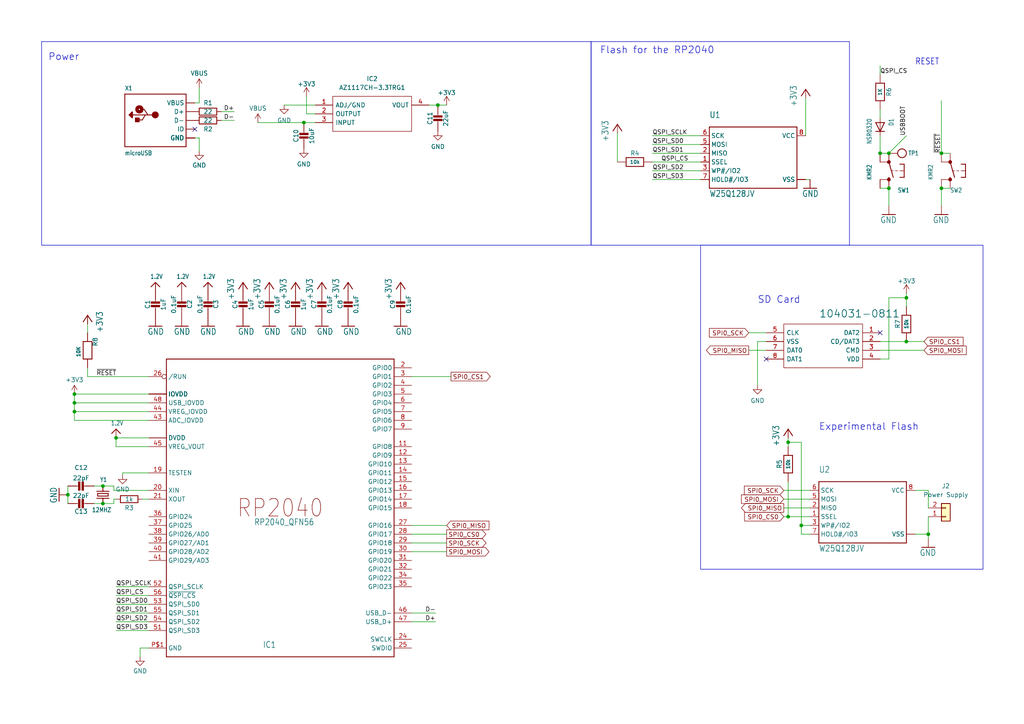
<source format=kicad_sch>
(kicad_sch (version 20231120) (generator "eeschema") (generator_version "8.0")
  (paper "A4")
  (lib_symbols
    (symbol "AZ1117CH-3.3TRG1_1" (pin_names (offset 0.762))
      (property "Reference" "IC" (at 29.21 7.62 0))
      (property "Value" "AZ1117CH-3.3TRG1" (at 29.21 5.08 0))
      (symbol "AZ1117CH-3.3TRG1_1_0_0"
        (pin passive line (at 0 0 0) (length 5.08) (name "ADJ/GND") (number "1"))
        (pin passive line (at 0 -2.54 0) (length 5.08) (name "OUTPUT") (number "2"))
        (pin passive line (at 0 -5.08 0) (length 5.08) (name "INPUT") (number "3"))
        (pin passive line (at 33.02 0 180) (length 5.08) (name "VOUT") (number "4"))
      )
      (symbol "AZ1117CH-3.3TRG1_1_0_1"
        (polyline (pts (xy 5.08 2.54) (xy 27.94 2.54) (xy 27.94 -7.62) (xy 5.08 -7.62) (xy 5.08 2.54)) (stroke (width 0.1524)))
      )
    )
    (symbol "Adafruit ItsyBitsy RP2040-eagle-import:+3V3" (power)
      (property "Value" "+3V3" (at -2.54 -5.08 90))
      (symbol "+3V3_1_0"
        (polyline (pts (xy 0 0) (xy -1.27 -1.905)) (stroke (width 0.254)))
        (polyline (pts (xy 1.27 -1.905) (xy 0 0)) (stroke (width 0.254)))
        (pin power_in line (at 0 -2.54 90) (length 2.54) (name "+3V3") (number "1"))
      )
    )
    (symbol "Adafruit ItsyBitsy RP2040-eagle-import:1.2V" (power)
      (property "Value" "1.2V" (at -1.524 1.016 0))
      (symbol "1.2V_1_0"
        (polyline (pts (xy -1.27 -1.27) (xy 0 0)) (stroke (width 0.254)))
        (polyline (pts (xy 0 0) (xy 1.27 -1.27)) (stroke (width 0.254)))
        (pin power_in line (at 0 -2.54 90) (length 2.54) (name "1.2V") (number "1"))
      )
    )
    (symbol "Adafruit ItsyBitsy RP2040-eagle-import:CAP_CERAMIC_0402NO"
      (property "Reference" "C" (at -2.29 1.25 90))
      (property "Value" "CAP_CERAMIC_0402NO" (at 2.3 1.25 90))
      (symbol "CAP_CERAMIC_0402NO_1_0"
        (rectangle (start -1.27 0.508) (end 1.27 1.016) (fill (type outline)))
        (rectangle (start -1.27 1.524) (end 1.27 2.032) (fill (type outline)))
        (polyline (pts (xy 0 0.762) (xy 0 0)) (stroke (width 0.1524)))
        (polyline (pts (xy 0 2.54) (xy 0 1.778)) (stroke (width 0.1524)))
        (pin passive line (at 0 5.08 270) (length 2.54) (name "1") (number "1"))
        (pin passive line (at 0 -2.54 90) (length 2.54) (name "2") (number "2"))
      )
    )
    (symbol "Adafruit ItsyBitsy RP2040-eagle-import:CAP_CERAMIC_0603MP"
      (property "Reference" "C" (at -2.29 1.25 90))
      (property "Value" "CAP_CERAMIC_0603MP" (at 2.3 1.25 90))
      (symbol "CAP_CERAMIC_0603MP_1_0"
        (rectangle (start -1.27 0.508) (end 1.27 1.016) (fill (type outline)))
        (rectangle (start -1.27 1.524) (end 1.27 2.032) (fill (type outline)))
        (polyline (pts (xy 0 0.762) (xy 0 0)) (stroke (width 0.1524)))
        (polyline (pts (xy 0 2.54) (xy 0 1.778)) (stroke (width 0.1524)))
        (pin passive line (at 0 5.08 270) (length 2.54) (name "1") (number "1"))
        (pin passive line (at 0 -2.54 90) (length 2.54) (name "2") (number "2"))
      )
    )
    (symbol "Adafruit ItsyBitsy RP2040-eagle-import:CRYSTAL2.5X2.0"
      (property "Reference" "Y" (at -2.54 2.54 0))
      (property "Value" "CRYSTAL2.5X2.0" (at -2.54 -3.81 0))
      (symbol "CRYSTAL2.5X2.0_1_0"
        (polyline (pts (xy -2.54 0) (xy -1.016 0)) (stroke (width 0.254)))
        (polyline (pts (xy -1.016 0) (xy -1.016 -1.778)) (stroke (width 0.254)))
        (polyline (pts (xy -1.016 1.778) (xy -1.016 0)) (stroke (width 0.254)))
        (polyline (pts (xy -0.381 -1.524) (xy 0.381 -1.524)) (stroke (width 0.254)))
        (polyline (pts (xy -0.381 1.524) (xy -0.381 -1.524)) (stroke (width 0.254)))
        (polyline (pts (xy 0.381 -1.524) (xy 0.381 1.524)) (stroke (width 0.254)))
        (polyline (pts (xy 0.381 1.524) (xy -0.381 1.524)) (stroke (width 0.254)))
        (polyline (pts (xy 1.016 0) (xy 1.016 -1.778)) (stroke (width 0.254)))
        (polyline (pts (xy 1.016 1.778) (xy 1.016 0)) (stroke (width 0.254)))
        (polyline (pts (xy 2.54 0) (xy 1.016 0)) (stroke (width 0.254)))
        (pin passive line (at -2.54 0 0) (length 0) (name "1") (number "1"))
        (pin passive line (at 2.54 0 180) (length 0) (name "2") (number "3"))
      )
    )
    (symbol "Adafruit ItsyBitsy RP2040-eagle-import:DIODESOD-323F"
      (property "Reference" "D" (at -2.54 2.54 0))
      (property "Value" "DIODESOD-323F" (at -2.54 -3.81 0))
      (symbol "DIODESOD-323F_1_0"
        (polyline (pts (xy -1.27 -1.27) (xy 1.27 0)) (stroke (width 0.254)))
        (polyline (pts (xy -1.27 1.27) (xy -1.27 -1.27)) (stroke (width 0.254)))
        (polyline (pts (xy 1.27 0) (xy -1.27 1.27)) (stroke (width 0.254)))
        (polyline (pts (xy 1.27 0) (xy 1.27 -1.27)) (stroke (width 0.254)))
        (polyline (pts (xy 1.27 1.27) (xy 1.27 0)) (stroke (width 0.254)))
        (pin passive line (at -2.54 0 0) (length 2.54) (name "A") (number "A"))
        (pin passive line (at 2.54 0 180) (length 2.54) (name "C") (number "C"))
      )
    )
    (symbol "Adafruit ItsyBitsy RP2040-eagle-import:GND" (power)
      (property "Value" "GND" (at -2.54 -2.54 0))
      (symbol "GND_1_0"
        (polyline (pts (xy -1.905 0) (xy 1.905 0)) (stroke (width 0.254)))
        (pin power_in line (at 0 2.54 270) (length 2.54) (name "GND") (number "1"))
      )
    )
    (symbol "Adafruit ItsyBitsy RP2040-eagle-import:RESISTOR_0402NO"
      (property "Reference" "R" (at 0 2.54 0))
      (property "Value" "RESISTOR_0402NO" (at 0 0 0))
      (symbol "RESISTOR_0402NO_1_0"
        (polyline (pts (xy -2.54 -1.27) (xy -2.54 1.27)) (stroke (width 0.254)))
        (polyline (pts (xy -2.54 1.27) (xy 2.54 1.27)) (stroke (width 0.254)))
        (polyline (pts (xy 2.54 -1.27) (xy -2.54 -1.27)) (stroke (width 0.254)))
        (polyline (pts (xy 2.54 1.27) (xy 2.54 -1.27)) (stroke (width 0.254)))
        (pin passive line (at -5.08 0 0) (length 2.54) (name "1") (number "1"))
        (pin passive line (at 5.08 0 180) (length 2.54) (name "2") (number "2"))
      )
    )
    (symbol "Adafruit ItsyBitsy RP2040-eagle-import:RP2040_QFN56"
      (property "Reference" "IC" (at -5.08 -40.64 0))
      (property "Value" "RP2040_QFN56" (at -27.94 45.72 0))
      (symbol "RP2040_QFN56_1_0"
        (polyline (pts (xy -33.02 -43.18) (xy -33.02 43.18)) (stroke (width 0.254)))
        (polyline (pts (xy -33.02 43.18) (xy 33.02 43.18)) (stroke (width 0.254)))
        (polyline (pts (xy 33.02 -43.18) (xy -33.02 -43.18)) (stroke (width 0.254)))
        (polyline (pts (xy 33.02 43.18) (xy 33.02 -43.18)) (stroke (width 0.254)))
        (text "RP2040" (at 0 0 0) (effects (font (size 5.08 4.318))))
        (pin power_in line (at -38.1 33.02 0) (length 5.08) (name "IOVDD") (number "1"))
        (pin power_in line (at -38.1 33.02 0) (length 5.08) (name "IOVDD") (number "10"))
        (pin bidirectional line (at 38.1 17.78 180) (length 5.08) (name "GPIO8") (number "11"))
        (pin bidirectional line (at 38.1 15.24 180) (length 5.08) (name "GPIO9") (number "12"))
        (pin bidirectional line (at 38.1 12.7 180) (length 5.08) (name "GPIO10") (number "13"))
        (pin bidirectional line (at 38.1 10.16 180) (length 5.08) (name "GPIO11") (number "14"))
        (pin bidirectional line (at 38.1 7.62 180) (length 5.08) (name "GPIO12") (number "15"))
        (pin bidirectional line (at 38.1 5.08 180) (length 5.08) (name "GPIO13") (number "16"))
        (pin bidirectional line (at 38.1 2.54 180) (length 5.08) (name "GPIO14") (number "17"))
        (pin bidirectional line (at 38.1 0 180) (length 5.08) (name "GPIO15") (number "18"))
        (pin input line (at -38.1 10.16 0) (length 5.08) (name "TESTEN") (number "19"))
        (pin bidirectional line (at 38.1 40.64 180) (length 5.08) (name "GPIO0") (number "2"))
        (pin input line (at -38.1 5.08 0) (length 5.08) (name "XIN") (number "20"))
        (pin output line (at -38.1 2.54 0) (length 5.08) (name "XOUT") (number "21"))
        (pin power_in line (at -38.1 33.02 0) (length 5.08) (name "IOVDD") (number "22"))
        (pin power_in line (at -38.1 20.32 0) (length 5.08) (name "DVDD") (number "23"))
        (pin bidirectional line (at 38.1 -38.1 180) (length 5.08) (name "SWCLK") (number "24"))
        (pin bidirectional line (at 38.1 -40.64 180) (length 5.08) (name "SWDIO") (number "25"))
        (pin bidirectional inverted (at -38.1 38.1 0) (length 5.08) (name "/RUN") (number "26"))
        (pin bidirectional line (at 38.1 -5.08 180) (length 5.08) (name "GPIO16") (number "27"))
        (pin bidirectional line (at 38.1 -7.62 180) (length 5.08) (name "GPIO17") (number "28"))
        (pin bidirectional line (at 38.1 -10.16 180) (length 5.08) (name "GPIO18") (number "29"))
        (pin bidirectional line (at 38.1 38.1 180) (length 5.08) (name "GPIO1") (number "3"))
        (pin bidirectional line (at 38.1 -12.7 180) (length 5.08) (name "GPIO19") (number "30"))
        (pin bidirectional line (at 38.1 -15.24 180) (length 5.08) (name "GPIO20") (number "31"))
        (pin bidirectional line (at 38.1 -17.78 180) (length 5.08) (name "GPIO21") (number "32"))
        (pin power_in line (at -38.1 33.02 0) (length 5.08) (name "IOVDD") (number "33"))
        (pin bidirectional line (at 38.1 -20.32 180) (length 5.08) (name "GPIO22") (number "34"))
        (pin bidirectional line (at 38.1 -22.86 180) (length 5.08) (name "GPIO23") (number "35"))
        (pin bidirectional line (at -38.1 -2.54 0) (length 5.08) (name "GPIO24") (number "36"))
        (pin bidirectional line (at -38.1 -5.08 0) (length 5.08) (name "GPIO25") (number "37"))
        (pin bidirectional line (at -38.1 -7.62 0) (length 5.08) (name "GPIO26/AD0") (number "38"))
        (pin bidirectional line (at -38.1 -10.16 0) (length 5.08) (name "GPIO27/AD1") (number "39"))
        (pin bidirectional line (at 38.1 35.56 180) (length 5.08) (name "GPIO2") (number "4"))
        (pin bidirectional line (at -38.1 -12.7 0) (length 5.08) (name "GPIO28/AD2") (number "40"))
        (pin bidirectional line (at -38.1 -15.24 0) (length 5.08) (name "GPIO29/AD3") (number "41"))
        (pin power_in line (at -38.1 33.02 0) (length 5.08) (name "IOVDD") (number "42"))
        (pin power_in line (at -38.1 25.4 0) (length 5.08) (name "ADC_IOVDD") (number "43"))
        (pin power_in line (at -38.1 27.94 0) (length 5.08) (name "VREG_IOVDD") (number "44"))
        (pin power_in line (at -38.1 17.78 0) (length 5.08) (name "VREG_VOUT") (number "45"))
        (pin bidirectional line (at 38.1 -30.48 180) (length 5.08) (name "USB_D-") (number "46"))
        (pin bidirectional line (at 38.1 -33.02 180) (length 5.08) (name "USB_D+") (number "47"))
        (pin power_in line (at -38.1 30.48 0) (length 5.08) (name "USB_IOVDD") (number "48"))
        (pin power_in line (at -38.1 33.02 0) (length 5.08) (name "IOVDD") (number "49"))
        (pin bidirectional line (at 38.1 33.02 180) (length 5.08) (name "GPIO3") (number "5"))
        (pin power_in line (at -38.1 20.32 0) (length 5.08) (name "DVDD") (number "50"))
        (pin bidirectional line (at -38.1 -35.56 0) (length 5.08) (name "QSPI_SD3") (number "51"))
        (pin bidirectional line (at -38.1 -22.86 0) (length 5.08) (name "QSPI_SCLK") (number "52"))
        (pin bidirectional line (at -38.1 -27.94 0) (length 5.08) (name "QSPI_SD0") (number "53"))
        (pin bidirectional line (at -38.1 -33.02 0) (length 5.08) (name "QSPI_SD2") (number "54"))
        (pin bidirectional line (at -38.1 -30.48 0) (length 5.08) (name "QSPI_SD1") (number "55"))
        (pin bidirectional line (at -38.1 -25.4 0) (length 5.08) (name "~{QSPI_CS}") (number "56"))
        (pin bidirectional line (at 38.1 30.48 180) (length 5.08) (name "GPIO4") (number "6"))
        (pin bidirectional line (at 38.1 27.94 180) (length 5.08) (name "GPIO5") (number "7"))
        (pin bidirectional line (at 38.1 25.4 180) (length 5.08) (name "GPIO6") (number "8"))
        (pin bidirectional line (at 38.1 22.86 180) (length 5.08) (name "GPIO7") (number "9"))
        (pin power_in line (at -38.1 -40.64 0) (length 5.08) (name "GND") (number "P$1"))
      )
    )
    (symbol "Adafruit ItsyBitsy RP2040-eagle-import:SPIFLASH_8PIN_4X4"
      (property "Reference" "U" (at -12.7 12.7 0))
      (property "Value" "SPIFLASH_8PIN_4X4" (at -12.7 -10.16 0))
      (symbol "SPIFLASH_8PIN_4X4_1_0"
        (polyline (pts (xy -12.7 -7.62) (xy -12.7 10.16)) (stroke (width 0.254)))
        (polyline (pts (xy -12.7 10.16) (xy 12.7 10.16)) (stroke (width 0.254)))
        (polyline (pts (xy 12.7 -7.62) (xy -12.7 -7.62)) (stroke (width 0.254)))
        (polyline (pts (xy 12.7 10.16) (xy 12.7 -7.62)) (stroke (width 0.254)))
        (pin bidirectional line (at -15.24 0 0) (length 2.54) (name "SSEL") (number "1"))
        (pin bidirectional line (at -15.24 2.54 0) (length 2.54) (name "MISO") (number "2"))
        (pin bidirectional line (at -15.24 -2.54 0) (length 2.54) (name "WP#/IO2") (number "3"))
        (pin bidirectional line (at 15.24 -5.08 180) (length 2.54) (name "VSS") (number "4"))
        (pin bidirectional line (at -15.24 5.08 0) (length 2.54) (name "MOSI") (number "5"))
        (pin bidirectional line (at -15.24 7.62 0) (length 2.54) (name "SCK") (number "6"))
        (pin bidirectional line (at -15.24 -5.08 0) (length 2.54) (name "HOLD#/IO3") (number "7"))
        (pin bidirectional line (at 15.24 7.62 180) (length 2.54) (name "VCC") (number "8"))
        (pin bidirectional line (at 15.24 -5.08 180) (length 2.54) (name "VSS") (number "PAD"))
      )
    )
    (symbol "Adafruit ItsyBitsy RP2040-eagle-import:SWITCH_TACT_SMT4.6X2.8"
      (property "Reference" "SW" (at -2.54 6.35 0))
      (property "Value" "SWITCH_TACT_SMT4.6X2.8" (at -2.54 -5.08 0))
      (symbol "SWITCH_TACT_SMT4.6X2.8_1_0"
        (circle (center -2.54 0) (radius 0.127) (stroke (width 0.4064)))
        (polyline (pts (xy -2.54 -2.54) (xy -2.54 0)) (stroke (width 0.1524)))
        (polyline (pts (xy -2.54 0) (xy 1.905 1.27)) (stroke (width 0.254)))
        (polyline (pts (xy -1.905 4.445) (xy -1.905 3.175)) (stroke (width 0.254)))
        (polyline (pts (xy 0 1.27) (xy 0 0.635)) (stroke (width 0.1524)))
        (polyline (pts (xy 0 2.54) (xy 0 1.905)) (stroke (width 0.1524)))
        (polyline (pts (xy 0 4.445) (xy -1.905 4.445)) (stroke (width 0.254)))
        (polyline (pts (xy 0 4.445) (xy 0 3.175)) (stroke (width 0.1524)))
        (polyline (pts (xy 1.905 0) (xy 2.54 0)) (stroke (width 0.254)))
        (polyline (pts (xy 1.905 4.445) (xy 0 4.445)) (stroke (width 0.254)))
        (polyline (pts (xy 1.905 4.445) (xy 1.905 3.175)) (stroke (width 0.254)))
        (polyline (pts (xy 2.54 -2.54) (xy 2.54 0)) (stroke (width 0.1524)))
        (circle (center 2.54 0) (radius 0.127) (stroke (width 0.4064)))
        (pin passive line (at -5.08 0 0) (length 2.54) (name "P") (number "A"))
        (pin passive line (at -5.08 -2.54 0) (length 2.54) (name "P1") (number "A'"))
        (pin passive line (at 5.08 0 180) (length 2.54) (name "S") (number "B"))
        (pin passive line (at 5.08 -2.54 180) (length 2.54) (name "S1") (number "B'"))
      )
    )
    (symbol "Adafruit ItsyBitsy RP2040-eagle-import:TESTPOINTROUND1.5MMNO"
      (property "Reference" "TP" (at 0 5.588 90))
      (property "Value" "TESTPOINTROUND1.5MMNO" (at 1.651 5.588 90))
      (symbol "TESTPOINTROUND1.5MMNO_1_0"
        (circle (center 0 3.81) (radius 1.27) (stroke (width 0.254)))
        (pin bidirectional line (at 0 0 90) (length 2.54) (name "P$1") (number "P$1"))
      )
    )
    (symbol "Adafruit ItsyBitsy RP2040-eagle-import:USB_MICRO_NARROW"
      (property "Reference" "X1" (at -10.16 8.636 0))
      (property "Value" "microUSB" (at -10.16 -10.16 0))
      (symbol "USB_MICRO_NARROW_1_0"
        (rectangle (start -7.12 -0.45) (end -5.92 0.75) (fill (type outline)))
        (circle (center -5.92 3.2) (radius 0.2) (stroke (width 1)))
        (circle (center -1.32 1.6) (radius 0.5) (stroke (width 1)))
        (polyline (pts (xy -10.2 7.62) (xy -10.16 7.62)) (stroke (width 0.254)))
        (polyline (pts (xy -10.16 -7.62) (xy 7.62 -7.62)) (stroke (width 0.254)))
        (polyline (pts (xy -10.16 7.62) (xy -10.16 -7.62)) (stroke (width 0.254)))
        (polyline (pts (xy -10.16 7.62) (xy 7.62 7.62)) (stroke (width 0.254)))
        (polyline (pts (xy -8.92 1.6) (xy -8.12 2.4)) (stroke (width 0.254)))
        (polyline (pts (xy -8.52 1.4) (xy -8.32 1.2)) (stroke (width 0.254)))
        (polyline (pts (xy -8.52 1.6) (xy -8.52 1.4)) (stroke (width 0.254)))
        (polyline (pts (xy -8.32 1.2) (xy -8.32 2)) (stroke (width 0.254)))
        (polyline (pts (xy -8.32 2) (xy -8.72 1.6)) (stroke (width 0.254)))
        (polyline (pts (xy -8.12 0.8) (xy -8.92 1.6)) (stroke (width 0.254)))
        (polyline (pts (xy -8.12 1) (xy -8.12 2.4)) (stroke (width 0.254)))
        (polyline (pts (xy -8.12 2.4) (xy -7.92 2.4)) (stroke (width 0.254)))
        (polyline (pts (xy -7.92 0.8) (xy -8.12 0.8)) (stroke (width 0.254)))
        (polyline (pts (xy -7.92 1.6) (xy -7.92 0.8)) (stroke (width 0.254)))
        (polyline (pts (xy -7.92 2.4) (xy -7.92 1.6)) (stroke (width 0.254)))
        (polyline (pts (xy -6.27 0.15) (xy -5.07 0.15)) (stroke (width 0.254)))
        (polyline (pts (xy -5.52 3.2) (xy -4.52 3.2)) (stroke (width 0.254)))
        (polyline (pts (xy -5.07 0.15) (xy -4.22 1.6)) (stroke (width 0.254)))
        (polyline (pts (xy -4.52 3.2) (xy -3.47 1.6)) (stroke (width 0.254)))
        (polyline (pts (xy -4.22 1.6) (xy -7.92 1.6)) (stroke (width 0.254)))
        (polyline (pts (xy -3.47 1.6) (xy -4.22 1.6)) (stroke (width 0.254)))
        (polyline (pts (xy -1.32 1.6) (xy -3.47 1.6)) (stroke (width 0.254)))
        (polyline (pts (xy 7.62 7.62) (xy 7.62 -7.62)) (stroke (width 0.254)))
        (pin power_in line (at 10.16 5.08 180) (length 2.54) (name "VBUS") (number "1"))
        (pin bidirectional line (at 10.16 2.54 180) (length 2.54) (name "D+") (number "2"))
        (pin bidirectional line (at 10.16 0 180) (length 2.54) (name "D-") (number "3"))
        (pin bidirectional line (at 10.16 -2.54 180) (length 2.54) (name "ID") (number "4"))
        (pin power_in line (at 10.16 -5.08 180) (length 2.54) (name "GND") (number "5"))
        (pin power_in line (at 10.16 -5.08 180) (length 2.54) (name "GND") (number "BASE@2"))
        (pin power_in line (at 10.16 -5.08 180) (length 2.54) (name "GND") (number "GND"))
        (pin power_in line (at 10.16 -5.08 180) (length 2.54) (name "GND") (number "SPRT@1"))
        (pin power_in line (at 10.16 -5.08 180) (length 2.54) (name "GND") (number "SPRT@2"))
        (pin power_in line (at 10.16 -5.08 180) (length 2.54) (name "GND") (number "SPRT@3"))
        (pin power_in line (at 10.16 -5.08 180) (length 2.54) (name "GND") (number "SPRT@4"))
      )
    )
    (symbol "Connector_Generic:Conn_01x02" (pin_names (offset 1.016) hide)
      (property "Reference" "J" (at 0 2.54 0))
      (property "Value" "Conn_01x02" (at 0 -5.08 0))
      (symbol "Conn_01x02_1_1"
        (rectangle (start -1.27 -2.413) (end 0 -2.667) (stroke (width 0.1524)))
        (rectangle (start -1.27 0.127) (end 0 -0.127) (stroke (width 0.1524)))
        (rectangle (start -1.27 1.27) (end 1.27 -3.81) (stroke (width 0.254)) (fill (type background)))
        (pin passive line (at -5.08 0 0) (length 3.81) (name "Pin_1") (number "1"))
        (pin passive line (at -5.08 -2.54 0) (length 3.81) (name "Pin_2") (number "2"))
      )
    )
    (symbol "Device:R" (pin_numbers hide) (pin_names (offset 0))
      (property "Reference" "R" (at 2.032 0 90))
      (property "Value" "R" (at 0 0 90))
      (symbol "R_0_1"
        (rectangle (start -1.016 -2.54) (end 1.016 2.54) (stroke (width 0.254)))
      )
      (symbol "R_1_1"
        (pin passive line (at 0 3.81 270) (length 1.27) (name "~") (number "1"))
        (pin passive line (at 0 -3.81 90) (length 1.27) (name "~") (number "2"))
      )
    )
    (symbol "Molex_SD:104031-0811" (pin_names (offset 0.762))
      (property "Reference" "J" (at 29.21 7.62 0))
      (property "Value" "104031-0811" (at 29.21 5.08 0))
      (symbol "104031-0811_0_0"
        (pin passive line (at 0 0 0) (length 5.08) (name "DAT2") (number "1"))
        (pin passive line (at 0 -2.54 0) (length 5.08) (name "CD/DAT3") (number "2"))
        (pin passive line (at 0 -5.08 0) (length 5.08) (name "CMD") (number "3"))
        (pin passive line (at 0 -7.62 0) (length 5.08) (name "VDD") (number "4"))
        (pin passive line (at 33.02 0 180) (length 5.08) (name "CLK") (number "5"))
        (pin passive line (at 33.02 -2.54 180) (length 5.08) (name "VSS") (number "6"))
        (pin passive line (at 33.02 -5.08 180) (length 5.08) (name "DAT0") (number "7"))
        (pin passive line (at 33.02 -7.62 180) (length 5.08) (name "DAT1") (number "8"))
      )
      (symbol "104031-0811_0_1"
        (polyline (pts (xy 5.08 2.54) (xy 27.94 2.54) (xy 27.94 -10.16) (xy 5.08 -10.16) (xy 5.08 2.54)) (stroke (width 0.1524)))
      )
    )
    (symbol "power:+3V3" (power) (pin_names (offset 0))
      (property "Value" "+3V3" (at 0 3.556 0))
      (symbol "+3V3_0_1"
        (polyline (pts (xy -0.762 1.27) (xy 0 2.54)))
        (polyline (pts (xy 0 0) (xy 0 2.54)))
        (polyline (pts (xy 0 2.54) (xy 0.762 1.27)))
      )
      (symbol "+3V3_1_1"
        (pin power_in line (at 0 0 90) (length 0) hide (name "+3V3") (number "1"))
      )
    )
    (symbol "power:GND" (power) (pin_names (offset 0))
      (property "Value" "GND" (at 0 -3.81 0))
      (symbol "GND_0_1"
        (polyline (pts (xy 0 0) (xy 0 -1.27) (xy 1.27 -1.27) (xy 0 -2.54) (xy -1.27 -1.27) (xy 0 -1.27)))
      )
      (symbol "GND_1_1"
        (pin power_in line (at 0 0 270) (length 0) hide (name "GND") (number "1"))
      )
    )
    (symbol "power:VBUS" (power) (pin_names (offset 0))
      (property "Value" "VBUS" (at 0 3.81 0))
      (symbol "VBUS_0_1"
        (polyline (pts (xy -0.762 1.27) (xy 0 2.54)))
        (polyline (pts (xy 0 0) (xy 0 2.54)))
        (polyline (pts (xy 0 2.54) (xy 0.762 1.27)))
      )
      (symbol "VBUS_1_1"
        (pin power_in line (at 0 0 90) (length 0) hide (name "VBUS") (number "1"))
      )
    )
  )
  (junction (at 21.59 116.84))
  (junction (at 33.655 127))
  (junction (at 19.685 143.51))
  (junction (at 232.41 152.4))
  (junction (at 262.89 99.06))
  (junction (at 255.27 44.45))
  (junction (at 257.81 44.45))
  (junction (at 29.845 140.97))
  (junction (at 257.81 54.61))
  (junction (at 273.05 44.45))
  (junction (at 29.845 146.05))
  (junction (at 269.24 154.94))
  (junction (at 127 30.48))
  (junction (at 273.05 54.61))
  (junction (at 88.138 35.56))
  (junction (at 228.6 149.86))
  (junction (at 21.59 114.3))
  (junction (at 262.89 86.36))
  (junction (at 228.6 128.27))
  (junction (at 21.59 119.38))
  (no_connect (at 56.515 37.465))
  (no_connect (at 255.27 96.52))
  (no_connect (at 222.25 104.14))
  (wire (pts (xy 273.05 59.69) (xy 273.05 54.61)))
  (wire (pts (xy 25.4 109.22) (xy 43.18 109.22)))
  (wire (pts (xy 88.9 33.02) (xy 91.44 33.02)))
  (wire (pts (xy 179.07 38.608) (xy 179.07 46.99)))
  (wire (pts (xy 56.515 40.005) (xy 57.785 40.005)))
  (wire (pts (xy 88.9 27.94) (xy 88.9 33.02)))
  (wire (pts (xy 257.81 54.61) (xy 257.81 59.69)))
  (wire (pts (xy 269.24 142.24) (xy 269.24 147.32)))
  (wire (pts (xy 119.38 157.48) (xy 129.54 157.48)))
  (wire (pts (xy 64.135 32.385) (xy 67.945 32.385)))
  (wire (pts (xy 43.18 187.96) (xy 40.64 187.96)))
  (wire (pts (xy 227.33 149.86) (xy 228.6 149.86)))
  (wire (pts (xy 219.71 99.06) (xy 219.71 111.76)))
  (wire (pts (xy 40.64 187.96) (xy 40.64 190.5)))
  (wire (pts (xy 227.33 144.78) (xy 234.95 144.78)))
  (wire (pts (xy 33.02 144.78) (xy 33.655 144.78)))
  (wire (pts (xy 119.38 109.22) (xy 130.81 109.22)))
  (wire (pts (xy 27.305 140.97) (xy 29.845 140.97)))
  (wire (pts (xy 232.41 154.94) (xy 232.41 152.4)))
  (wire (pts (xy 255.27 54.61) (xy 257.81 54.61)))
  (wire (pts (xy 189.23 41.91) (xy 203.2 41.91)))
  (wire (pts (xy 119.38 177.8) (xy 126.365 177.8)))
  (wire (pts (xy 203.2 49.53) (xy 189.23 49.53)))
  (wire (pts (xy 119.38 180.34) (xy 126.365 180.34)))
  (wire (pts (xy 27.305 146.05) (xy 29.845 146.05)))
  (wire (pts (xy 228.6 149.86) (xy 234.95 149.86)))
  (wire (pts (xy 269.24 149.86) (xy 269.24 154.94)))
  (wire (pts (xy 273.05 44.45) (xy 275.59 44.45)))
  (wire (pts (xy 33.655 182.88) (xy 43.18 182.88)))
  (wire (pts (xy 21.59 116.84) (xy 21.59 119.38)))
  (wire (pts (xy 19.685 146.05) (xy 19.685 143.51)))
  (wire (pts (xy 228.6 139.7) (xy 228.6 149.86)))
  (wire (pts (xy 33.02 140.97) (xy 29.845 140.97)))
  (wire (pts (xy 265.43 154.94) (xy 269.24 154.94)))
  (wire (pts (xy 265.43 142.24) (xy 269.24 142.24)))
  (wire (pts (xy 119.38 152.4) (xy 129.54 152.4)))
  (wire (pts (xy 33.655 129.54) (xy 33.655 127)))
  (wire (pts (xy 64.135 34.925) (xy 67.945 34.925)))
  (wire (pts (xy 203.2 46.99) (xy 189.23 46.99)))
  (wire (pts (xy 33.655 172.72) (xy 43.18 172.72)))
  (wire (pts (xy 43.18 119.38) (xy 21.59 119.38)))
  (wire (pts (xy 262.89 39.37) (xy 257.81 44.45)))
  (wire (pts (xy 262.89 85.09) (xy 262.89 86.36)))
  (wire (pts (xy 228.6 127) (xy 228.6 128.27)))
  (wire (pts (xy 74.803 35.56) (xy 88.138 35.56)))
  (wire (pts (xy 269.24 154.94) (xy 269.24 156.21)))
  (wire (pts (xy 262.89 99.06) (xy 267.97 99.06)))
  (wire (pts (xy 82.423 30.48) (xy 91.44 30.48)))
  (wire (pts (xy 234.95 154.94) (xy 232.41 154.94)))
  (wire (pts (xy 43.18 114.3) (xy 21.59 114.3)))
  (wire (pts (xy 43.18 137.16) (xy 35.56 137.16)))
  (wire (pts (xy 33.655 127) (xy 43.18 127)))
  (wire (pts (xy 25.4 106.68) (xy 25.4 109.22)))
  (wire (pts (xy 257.81 86.36) (xy 262.89 86.36)))
  (wire (pts (xy 129.54 30.48) (xy 127 30.48)))
  (wire (pts (xy 119.38 154.94) (xy 129.54 154.94)))
  (wire (pts (xy 57.785 40.005) (xy 57.785 43.815)))
  (wire (pts (xy 127 30.48) (xy 124.46 30.48)))
  (wire (pts (xy 232.41 152.4) (xy 232.41 128.27)))
  (wire (pts (xy 19.685 143.51) (xy 19.685 140.97)))
  (wire (pts (xy 33.655 170.18) (xy 43.18 170.18)))
  (wire (pts (xy 43.18 121.92) (xy 21.59 121.92)))
  (wire (pts (xy 222.25 96.52) (xy 217.17 96.52)))
  (wire (pts (xy 119.38 160.02) (xy 129.54 160.02)))
  (wire (pts (xy 35.56 137.16) (xy 35.56 137.795)))
  (wire (pts (xy 33.02 144.78) (xy 33.02 146.05)))
  (wire (pts (xy 56.515 29.845) (xy 57.785 29.845)))
  (wire (pts (xy 262.89 86.36) (xy 262.89 88.9)))
  (wire (pts (xy 222.25 99.06) (xy 219.71 99.06)))
  (wire (pts (xy 21.59 114.3) (xy 21.59 116.84)))
  (wire (pts (xy 255.27 104.14) (xy 257.81 104.14)))
  (wire (pts (xy 257.81 104.14) (xy 257.81 86.36)))
  (wire (pts (xy 25.4 93.98) (xy 25.4 96.52)))
  (wire (pts (xy 228.6 128.27) (xy 228.6 129.54)))
  (wire (pts (xy 203.2 39.37) (xy 189.23 39.37)))
  (wire (pts (xy 255.27 34.29) (xy 255.27 31.75)))
  (wire (pts (xy 234.95 152.4) (xy 232.41 152.4)))
  (wire (pts (xy 33.02 146.05) (xy 29.845 146.05)))
  (wire (pts (xy 255.27 44.45) (xy 255.27 39.37)))
  (wire (pts (xy 33.02 142.24) (xy 33.02 140.97)))
  (wire (pts (xy 273.05 29.21) (xy 273.05 44.45)))
  (wire (pts (xy 227.33 147.32) (xy 234.95 147.32)))
  (wire (pts (xy 275.59 54.61) (xy 273.05 54.61)))
  (wire (pts (xy 33.655 180.34) (xy 43.18 180.34)))
  (wire (pts (xy 88.138 35.56) (xy 91.44 35.56)))
  (wire (pts (xy 255.27 99.06) (xy 262.89 99.06)))
  (wire (pts (xy 57.785 25.4) (xy 57.785 29.845)))
  (wire (pts (xy 232.41 128.27) (xy 228.6 128.27)))
  (wire (pts (xy 257.81 44.45) (xy 255.27 44.45)))
  (wire (pts (xy 33.02 142.24) (xy 43.18 142.24)))
  (wire (pts (xy 233.68 28.448) (xy 233.68 39.37)))
  (wire (pts (xy 33.655 177.8) (xy 43.18 177.8)))
  (wire (pts (xy 233.68 52.07) (xy 234.95 52.07)))
  (wire (pts (xy 255.27 101.6) (xy 267.97 101.6)))
  (wire (pts (xy 21.59 119.38) (xy 21.59 121.92)))
  (wire (pts (xy 33.655 175.26) (xy 43.18 175.26)))
  (wire (pts (xy 203.2 44.45) (xy 189.23 44.45)))
  (wire (pts (xy 189.23 52.07) (xy 203.2 52.07)))
  (wire (pts (xy 227.33 142.24) (xy 234.95 142.24)))
  (wire (pts (xy 222.25 101.6) (xy 217.17 101.6)))
  (wire (pts (xy 41.275 144.78) (xy 43.18 144.78)))
  (wire (pts (xy 255.27 21.59) (xy 255.27 19.05)))
  (wire (pts (xy 21.59 116.84) (xy 43.18 116.84)))
  (wire (pts (xy 43.18 129.54) (xy 33.655 129.54)))
  (rectangle (start 171.45 12.065) (end 246.38 71.12))
  (rectangle (start 12.065 12.065) (end 171.45 71.12))
  (rectangle (start 203.2 71.12) (end 285.115 165.1))
  (text "Experimental Flash\n\n" (at 237.49 128.27 0) (effects (font (size 2 2)) (justify left bottom)))
  (text "SD Card\n\n" (at 219.71 91.44 0) (effects (font (size 2 2)) (justify left bottom)))
  (text "Flash for the RP2040\n\n" (at 173.99 19.05 0) (effects (font (size 2 2)) (justify left bottom)))
  (text "Power\n" (at 13.97 17.78 0) (effects (font (size 2 2)) (justify left bottom)))
  (text "RESET" (at 265.43 19.05 0) (effects (font (size 1.778 1.5113)) (justify left bottom)))
  (label "USBBOOT" (at 262.89 39.37 90) (effects (font (size 1.2446 1.2446))))
  (label "QSPI_SCLK" (at 189.23 39.37 0) (effects (font (size 1.2446 1.2446))))
  (label "QSPI_CS" (at 33.655 172.72 0))
  (label "QSPI_CS" (at 191.77 46.99 0) (effects (font (size 1.2446 1.2446))))
  (label "D-" (at 126.365 177.8 180))
  (label "QSPI_SD2" (at 189.23 49.53 0) (effects (font (size 1.2446 1.2446))))
  (label "QSPI_SD3" (at 189.23 52.07 0) (effects (font (size 1.2446 1.2446))))
  (label "QSPI_SD1" (at 33.655 177.8 0))
  (label "QSPI_SD0" (at 33.655 175.26 0))
  (label "D-" (at 67.945 34.925 180))
  (label "QSPI_SD0" (at 189.23 41.91 0) (effects (font (size 1.2446 1.2446))))
  (label "D+" (at 126.365 180.34 180))
  (label "QSPI_SD3" (at 33.655 182.88 0))
  (label "QSPI_SD1" (at 189.23 44.45 0) (effects (font (size 1.2446 1.2446))))
  (label "~{RESET}" (at 27.94 109.22 0) (effects (font (size 1.2446 1.2446))))
  (label "~{RESET}" (at 273.05 44.45 90) (effects (font (size 1.2446 1.2446))))
  (label "QSPI_SCLK" (at 33.655 170.18 0))
  (label "QSPI_SD2" (at 33.655 180.34 0))
  (label "QSPI_CS" (at 255.27 21.59 0) (effects (font (size 1.2446 1.2446))))
  (label "D+" (at 67.945 32.385 180))
  (global_label "SPI0_CS1" (shape input) (at 267.97 99.06 0) (property "Intersheetrefs" "${INTERSHEET_REFS}" (effects (hide yes))))
  (global_label "SPI0_CS0" (shape input) (at 227.33 149.86 180) (property "Intersheetrefs" "${INTERSHEET_REFS}" (effects (hide yes))))
  (global_label "SPI0_MISO" (shape output) (at 217.17 101.6 180) (property "Intersheetrefs" "${INTERSHEET_REFS}" (effects (hide yes))))
  (global_label "SPI0_SCK" (shape input) (at 227.33 142.24 180) (property "Intersheetrefs" "${INTERSHEET_REFS}" (effects (hide yes))))
  (global_label "SPI0_MISO" (shape output) (at 227.33 147.32 180) (property "Intersheetrefs" "${INTERSHEET_REFS}" (effects (hide yes))))
  (global_label "SPI0_SCK" (shape output) (at 129.54 157.48 0) (property "Intersheetrefs" "${INTERSHEET_REFS}" (effects (hide yes))))
  (global_label "SPI0_MISO" (shape input) (at 129.54 152.4 0) (property "Intersheetrefs" "${INTERSHEET_REFS}" (effects (hide yes))))
  (global_label "SPI0_MOSI" (shape output) (at 129.54 160.02 0) (property "Intersheetrefs" "${INTERSHEET_REFS}" (effects (hide yes))))
  (global_label "SPI0_CS1" (shape output) (at 130.81 109.22 0) (property "Intersheetrefs" "${INTERSHEET_REFS}" (effects (hide yes))))
  (global_label "SPI0_CS0" (shape output) (at 129.54 154.94 0) (property "Intersheetrefs" "${INTERSHEET_REFS}" (effects (hide yes))))
  (global_label "SPI0_MOSI" (shape input) (at 227.33 144.78 180) (property "Intersheetrefs" "${INTERSHEET_REFS}" (effects (hide yes))))
  (global_label "SPI0_SCK" (shape input) (at 217.17 96.52 180) (property "Intersheetrefs" "${INTERSHEET_REFS}" (effects (hide yes))))
  (global_label "SPI0_MOSI" (shape input) (at 267.97 101.6 0) (property "Intersheetrefs" "${INTERSHEET_REFS}" (effects (hide yes))))
  (symbol (lib_id "Molex_SD:104031-0811") (at 255.27 96.52 0) (mirror y) (unit 1)
    (property "Reference" "J1" (effects (hide yes)))
    (property "Value" "104031-0811" (at 261.112 92.202 0) (effects (font (size 2.159 2.159)) (justify left bottom)))
    (property "Footprint" "Molex_SD:1040310811" (effects (hide yes)))
    (property "Datasheet" "http://www.molex.com/webdocs/datasheets/pdf/en-us/1040310811_MEMORY_CARD_SOCKET.pdf" (effects (hide yes)))
    (property "Description" "microSD 1.10mm SMT push-pull memory card microSD 1.10mm SMT push-pull memory card" (effects (hide yes)))
    (property "Flight" "5031821852" (effects (hide yes)))
    (property "Manufacturer_Name" "Molex" (effects (hide yes)))
    (property "Manufacturer_Part_Number" "104031-0811" (effects (hide yes)))
    (property "Proto" "5031821852" (effects (hide yes)))
    (property "Mouser Part Number" "538-104031-0811" (effects (hide yes)))
    (property "Mouser Price/Stock" "https://www.mouser.co.uk/ProductDetail/Molex/104031-0811?qs=udsGRKD4nA3Tvy7wqky%252BuA%3D%3D" (effects (hide yes)))
  )
  (symbol (lib_id "Adafruit ItsyBitsy RP2040-eagle-import:SWITCH_TACT_SMT4.6X2.8") (at 257.81 49.53 270) (unit 1)
    (property "Reference" "SW1" (at 260.35 55.88 90) (effects (font (size 1.27 1.0795)) (justify left bottom)))
    (property "Value" "KMR2" (at 251.46 47.625 0) (effects (font (size 1.27 1.0795)) (justify left bottom)))
    (property "Footprint" "Adafruit ItsyBitsy RP2040:BTN_KMR2_4.6X2.8" (effects (hide yes)))
  )
  (symbol (lib_id "Adafruit ItsyBitsy RP2040-eagle-import:CAP_CERAMIC_0603MP") (at 85.725 89.535 0) (unit 1)
    (property "Reference" "C6" (at 83.435 88.285 90))
    (property "Value" "1uF" (at 88.025 88.285 90))
    (property "Footprint" "Capacitor_SMD:C_0603_1608Metric" (effects (hide yes)))
  )
  (symbol (lib_id "power:VBUS") (at 74.803 35.56 0) (unit 1)
    (property "Reference" "#PWR010" (effects (hide yes)))
    (property "Value" "VBUS" (at 74.803 31.4269 0))
  )
  (symbol (lib_id "Adafruit ItsyBitsy RP2040-eagle-import:CAP_CERAMIC_0402NO") (at 24.765 146.05 90) (unit 1)
    (property "Reference" "C13" (at 23.515 148.34 90))
    (property "Value" "22pF" (at 23.515 143.75 90))
    (property "Footprint" "Capacitor_SMD:C_0402_1005Metric" (effects (hide yes)))
  )
  (symbol (lib_id "Adafruit ItsyBitsy RP2040-eagle-import:CAP_CERAMIC_0402NO") (at 78.105 89.535 0) (unit 1)
    (property "Reference" "C5" (at 75.815 88.285 90))
    (property "Value" "0.1uF" (at 80.405 88.285 90))
    (property "Footprint" "Capacitor_SMD:C_0402_1005Metric" (effects (hide yes)))
  )
  (symbol (lib_id "Adafruit ItsyBitsy RP2040-eagle-import:CAP_CERAMIC_0603MP") (at 127 35.56 0) (unit 1)
    (property "Reference" "C11" (at 124.71 34.31 90))
    (property "Value" "22uF" (at 129.3 34.31 90))
    (property "Footprint" "Capacitor_SMD:C_0603_1608Metric" (effects (hide yes)))
  )
  (symbol (lib_id "Device:R") (at 37.465 144.78 90) (unit 1)
    (property "Reference" "R3" (at 37.465 147.32 90))
    (property "Value" "1k" (at 37.465 144.78 90))
    (property "Footprint" "Resistor_SMD:R_0402_1005Metric" (effects (hide yes)))
  )
  (symbol (lib_id "power:GND") (at 219.71 111.76 0) (unit 1)
    (property "Reference" "#PWR012" (effects (hide yes)))
    (property "Value" "GND" (at 219.71 116.2034 0))
  )
  (symbol (lib_id "Adafruit ItsyBitsy RP2040-eagle-import:1.2V") (at 33.655 124.46 0) (unit 1)
    (property "Reference" "#U$010" (effects (hide yes)))
    (property "Value" "1.2V" (at 32.131 123.444 0) (effects (font (size 1.27 1.0795)) (justify left bottom)))
    (property "Footprint" "Adafruit ItsyBitsy RP2040:" (effects (hide yes)))
  )
  (symbol (lib_id "Adafruit ItsyBitsy RP2040-eagle-import:GND") (at 273.05 62.23 0) (unit 1)
    (property "Reference" "#GND06" (effects (hide yes)))
    (property "Value" "GND" (at 270.51 64.77 0) (effects (font (size 1.778 1.5113)) (justify left bottom)))
    (property "Footprint" "Adafruit ItsyBitsy RP2040:" (effects (hide yes)))
  )
  (symbol (lib_id "Adafruit ItsyBitsy RP2040-eagle-import:+3V3") (at 116.205 81.915 0) (unit 1)
    (property "Reference" "#+3V06" (effects (hide yes)))
    (property "Value" "+3V3" (at 113.665 86.995 90) (effects (font (size 1.778 1.5113)) (justify left bottom)))
    (property "Footprint" "Adafruit ItsyBitsy RP2040:" (effects (hide yes)))
  )
  (symbol (lib_id "Adafruit ItsyBitsy RP2040-eagle-import:1.2V") (at 60.325 81.915 0) (unit 1)
    (property "Reference" "#U$03" (effects (hide yes)))
    (property "Value" "1.2V" (at 58.801 80.899 0) (effects (font (size 1.27 1.0795)) (justify left bottom)))
    (property "Footprint" "Adafruit ItsyBitsy RP2040:" (effects (hide yes)))
  )
  (symbol (lib_id "Adafruit ItsyBitsy RP2040-eagle-import:USB_MICRO_NARROW") (at 46.355 34.925 0) (unit 1)
    (property "Reference" "X1" (at 36.195 26.289 0) (effects (font (size 1.27 1.0795)) (justify left bottom)))
    (property "Value" "microUSB" (at 36.195 45.085 0) (effects (font (size 1.27 1.0795)) (justify left bottom)))
    (property "Footprint" "Molex USB Micro B:MOLEX_105164-0001" (effects (hide yes)))
  )
  (symbol (lib_id "power:VBUS") (at 57.785 25.4 0) (unit 1)
    (property "Reference" "#PWR02" (effects (hide yes)))
    (property "Value" "VBUS" (at 57.785 21.2669 0))
  )
  (symbol (lib_id "Adafruit ItsyBitsy RP2040-eagle-import:GND") (at 116.205 94.615 0) (unit 1)
    (property "Reference" "#U$09" (effects (hide yes)))
    (property "Value" "GND" (at 114.681 97.155 0) (effects (font (size 1.778 1.5113)) (justify left bottom)))
    (property "Footprint" "Adafruit ItsyBitsy RP2040:" (effects (hide yes)))
  )
  (symbol (lib_id "Adafruit ItsyBitsy RP2040-eagle-import:+3V3") (at 100.965 81.915 0) (unit 1)
    (property "Reference" "#+3V05" (effects (hide yes)))
    (property "Value" "+3V3" (at 98.425 86.995 90) (effects (font (size 1.778 1.5113)) (justify left bottom)))
    (property "Footprint" "Adafruit ItsyBitsy RP2040:" (effects (hide yes)))
  )
  (symbol (lib_id "Adafruit ItsyBitsy RP2040-eagle-import:CAP_CERAMIC_0402NO") (at 116.205 89.535 0) (unit 1)
    (property "Reference" "C9" (at 113.915 88.285 90))
    (property "Value" "0.1uF" (at 118.505 88.285 90))
    (property "Footprint" "Capacitor_SMD:C_0402_1005Metric" (effects (hide yes)))
  )
  (symbol (lib_id "Adafruit ItsyBitsy RP2040-eagle-import:+3V3") (at 233.68 25.908 0) (unit 1)
    (property "Reference" "#+3V010" (effects (hide yes)))
    (property "Value" "+3V3" (at 231.14 30.988 90) (effects (font (size 1.778 1.5113)) (justify left bottom)))
    (property "Footprint" "Adafruit ItsyBitsy RP2040:" (effects (hide yes)))
  )
  (symbol (lib_id "Adafruit ItsyBitsy RP2040-eagle-import:GND") (at 100.965 94.615 0) (unit 1)
    (property "Reference" "#U$08" (effects (hide yes)))
    (property "Value" "GND" (at 99.441 97.155 0) (effects (font (size 1.778 1.5113)) (justify left bottom)))
    (property "Footprint" "Adafruit ItsyBitsy RP2040:" (effects (hide yes)))
  )
  (symbol (lib_id "Adafruit ItsyBitsy RP2040-eagle-import:+3V3") (at 179.07 36.068 0) (unit 1)
    (property "Reference" "#+3V07" (effects (hide yes)))
    (property "Value" "+3V3" (at 176.53 41.148 90) (effects (font (size 1.778 1.5113)) (justify left bottom)))
    (property "Footprint" "Adafruit ItsyBitsy RP2040:" (effects (hide yes)))
  )
  (symbol (lib_id "Adafruit ItsyBitsy RP2040-eagle-import:GND") (at 52.705 94.615 0) (mirror y) (unit 1)
    (property "Reference" "#GND02" (effects (hide yes)))
    (property "Value" "GND" (at 55.245 97.155 0) (effects (font (size 1.778 1.5113)) (justify left bottom)))
    (property "Footprint" "Adafruit ItsyBitsy RP2040:" (effects (hide yes)))
  )
  (symbol (lib_id "power:GND") (at 35.56 137.795 0) (unit 1)
    (property "Reference" "#PWR011" (effects (hide yes)))
    (property "Value" "GND" (at 35.56 141.9281 0))
  )
  (symbol (lib_id "Adafruit ItsyBitsy RP2040-eagle-import:CAP_CERAMIC_0603MP") (at 88.138 40.64 0) (unit 1)
    (property "Reference" "C10" (at 85.848 39.39 90))
    (property "Value" "10uF" (at 90.438 39.39 90))
    (property "Footprint" "Capacitor_SMD:C_0603_1608Metric" (effects (hide yes)))
  )
  (symbol (lib_id "Adafruit ItsyBitsy RP2040-eagle-import:+3V3") (at 93.345 81.915 0) (unit 1)
    (property "Reference" "#+3V04" (effects (hide yes)))
    (property "Value" "+3V3" (at 90.805 86.995 90) (effects (font (size 1.778 1.5113)) (justify left bottom)))
    (property "Footprint" "Adafruit ItsyBitsy RP2040:" (effects (hide yes)))
  )
  (symbol (lib_id "Adafruit ItsyBitsy RP2040-eagle-import:DIODESOD-323F") (at 255.27 36.83 270) (unit 1)
    (property "Reference" "D1" (at 257.81 34.29 0) (effects (font (size 1.27 1.0795)) (justify left bottom)))
    (property "Value" "NSR0320" (at 251.46 34.29 0) (effects (font (size 1.27 1.0795)) (justify left bottom)))
    (property "Footprint" "Adafruit ItsyBitsy RP2040:SOD-323F" (effects (hide yes)))
  )
  (symbol (lib_id "Adafruit ItsyBitsy RP2040-eagle-import:1.2V") (at 52.705 81.915 0) (unit 1)
    (property "Reference" "#U$02" (effects (hide yes)))
    (property "Value" "1.2V" (at 51.181 80.899 0) (effects (font (size 1.27 1.0795)) (justify left bottom)))
    (property "Footprint" "Adafruit ItsyBitsy RP2040:" (effects (hide yes)))
  )
  (symbol (lib_id "Adafruit ItsyBitsy RP2040-eagle-import:GND") (at 60.325 94.615 0) (mirror y) (unit 1)
    (property "Reference" "#GND03" (effects (hide yes)))
    (property "Value" "GND" (at 62.865 97.155 0) (effects (font (size 1.778 1.5113)) (justify left bottom)))
    (property "Footprint" "Adafruit ItsyBitsy RP2040:" (effects (hide yes)))
  )
  (symbol (lib_id "Connector_Generic:Conn_01x02") (at 274.32 149.86 0) (mirror x) (unit 1)
    (property "Reference" "J2" (at 274.32 140.97 0))
    (property "Value" "Power Supply" (at 274.32 143.51 0))
    (property "Footprint" "Connector:Banana_Jack_2Pin" (effects (hide yes)))
  )
  (symbol (lib_id "Adafruit ItsyBitsy RP2040-eagle-import:RP2040_QFN56") (at 81.28 147.32 0) (unit 1)
    (property "Reference" "IC1" (at 76.2 187.96 0) (effects (font (size 1.778 1.5113)) (justify left bottom)))
    (property "Value" "RP2040_QFN56" (at 73.66 152.4 0) (effects (font (size 1.778 1.5113)) (justify left bottom)))
    (property "Footprint" "Adafruit ItsyBitsy RP2040:QFN56_7MM_REDUCEDEPAD" (effects (hide yes)))
  )
  (symbol (lib_id "Adafruit ItsyBitsy RP2040-eagle-import:CAP_CERAMIC_0402NO") (at 60.325 86.995 180) (unit 1)
    (property "Reference" "C3" (at 62.615 88.245 90))
    (property "Value" "0.1uF" (at 58.025 88.245 90))
    (property "Footprint" "Capacitor_SMD:C_0402_1005Metric" (effects (hide yes)))
  )
  (symbol (lib_id "power:+3V3") (at 21.59 114.3 0) (unit 1)
    (property "Reference" "#PWR03" (effects (hide yes)))
    (property "Value" "+3V3" (at 21.59 110.1669 0))
  )
  (symbol (lib_id "Adafruit ItsyBitsy RP2040-eagle-import:CAP_CERAMIC_0603MP") (at 70.485 89.535 0) (unit 1)
    (property "Reference" "C4" (at 68.195 88.285 90))
    (property "Value" "1uF" (at 72.785 88.285 90))
    (property "Footprint" "Capacitor_SMD:C_0603_1608Metric" (effects (hide yes)))
  )
  (symbol (lib_id "power:GND") (at 127 38.1 0) (unit 1)
    (property "Reference" "#PWR08" (effects (hide yes)))
    (property "Value" "GND" (at 127 42.5434 0))
  )
  (symbol (lib_id "Adafruit ItsyBitsy RP2040-eagle-import:TESTPOINTROUND1.5MMNO") (at 257.81 44.45 270) (unit 1)
    (property "Reference" "TP1" (at 263.398 44.45 90) (effects (font (size 1.27 1.0795)) (justify left)))
    (property "Value" "TESTPOINTROUND1.5MMNO" (effects (hide yes)))
    (property "Footprint" "Adafruit ItsyBitsy RP2040:TESTPOINT_ROUND_1.5MM_NO" (effects (hide yes)))
  )
  (symbol (lib_id "Adafruit ItsyBitsy RP2040-eagle-import:RESISTOR_0402NO") (at 255.27 26.67 270) (unit 1)
    (property "Reference" "R6" (at 257.81 26.67 0))
    (property "Value" "1K" (at 255.27 26.67 0) (effects (font (size 1.016 1.016) (bold yes))))
    (property "Footprint" "Resistor_SMD:R_0402_1005Metric" (effects (hide yes)))
  )
  (symbol (lib_id "Adafruit ItsyBitsy RP2040-eagle-import:GND") (at 70.485 94.615 0) (unit 1)
    (property "Reference" "#U$04" (effects (hide yes)))
    (property "Value" "GND" (at 68.961 97.155 0) (effects (font (size 1.778 1.5113)) (justify left bottom)))
    (property "Footprint" "Adafruit ItsyBitsy RP2040:" (effects (hide yes)))
  )
  (symbol (lib_id "Adafruit ItsyBitsy RP2040-eagle-import:GND") (at 93.345 94.615 0) (unit 1)
    (property "Reference" "#U$07" (effects (hide yes)))
    (property "Value" "GND" (at 91.821 97.155 0) (effects (font (size 1.778 1.5113)) (justify left bottom)))
    (property "Footprint" "Adafruit ItsyBitsy RP2040:" (effects (hide yes)))
  )
  (symbol (lib_id "Adafruit ItsyBitsy RP2040-eagle-import:SWITCH_TACT_SMT4.6X2.8") (at 275.59 49.53 270) (unit 1)
    (property "Reference" "SW2" (at 275.59 55.88 90) (effects (font (size 1.27 1.0795)) (justify left bottom)))
    (property "Value" "KMR2" (at 269.24 47.625 0) (effects (font (size 1.27 1.0795)) (justify left bottom)))
    (property "Footprint" "Adafruit ItsyBitsy RP2040:BTN_KMR2_4.6X2.8" (effects (hide yes)))
  )
  (symbol (lib_id "Adafruit ItsyBitsy RP2040-eagle-import:GND") (at 78.105 94.615 0) (unit 1)
    (property "Reference" "#U$05" (effects (hide yes)))
    (property "Value" "GND" (at 76.581 97.155 0) (effects (font (size 1.778 1.5113)) (justify left bottom)))
    (property "Footprint" "Adafruit ItsyBitsy RP2040:" (effects (hide yes)))
  )
  (symbol (lib_id "Adafruit ItsyBitsy RP2040-eagle-import:GND") (at 45.085 94.615 0) (mirror y) (unit 1)
    (property "Reference" "#GND01" (effects (hide yes)))
    (property "Value" "GND" (at 47.625 97.155 0) (effects (font (size 1.778 1.5113)) (justify left bottom)))
    (property "Footprint" "Adafruit ItsyBitsy RP2040:" (effects (hide yes)))
  )
  (symbol (lib_id "Device:R") (at 60.325 32.385 90) (unit 1)
    (property "Reference" "R1" (at 60.325 29.845 90))
    (property "Value" "22" (at 60.325 32.385 90))
    (property "Footprint" "Resistor_SMD:R_0402_1005Metric" (effects (hide yes)))
  )
  (symbol (lib_id "Adafruit ItsyBitsy RP2040-eagle-import:CAP_CERAMIC_0402NO") (at 24.765 140.97 90) (unit 1)
    (property "Reference" "C12" (at 23.515 135.64 90))
    (property "Value" "22pF" (at 23.515 138.67 90))
    (property "Footprint" "Capacitor_SMD:C_0402_1005Metric" (effects (hide yes)))
  )
  (symbol (lib_id "power:+3V3") (at 88.9 27.94 0) (unit 1)
    (property "Reference" "#PWR06" (effects (hide yes)))
    (property "Value" "+3V3" (at 88.9 24.3642 0))
  )
  (symbol (lib_id "Adafruit ItsyBitsy RP2040-eagle-import:RESISTOR_0402NO") (at 228.6 134.62 90) (unit 1)
    (property "Reference" "R5" (at 226.06 134.62 0))
    (property "Value" "10k" (at 228.6 134.62 0) (effects (font (size 1.016 1.016) (bold yes))))
    (property "Footprint" "Resistor_SMD:R_0402_1005Metric" (effects (hide yes)))
  )
  (symbol (lib_id "Adafruit ItsyBitsy RP2040-eagle-import:RESISTOR_0402NO") (at 184.15 46.99 0) (unit 1)
    (property "Reference" "R4" (at 184.15 44.45 0))
    (property "Value" "10k" (at 184.15 46.99 0) (effects (font (size 1.016 1.016) (bold yes))))
    (property "Footprint" "Resistor_SMD:R_0402_1005Metric" (effects (hide yes)))
  )
  (symbol (lib_id "power:+3V3") (at 262.89 85.09 0) (unit 1)
    (property "Reference" "#PWR013" (effects (hide yes)))
    (property "Value" "+3V3" (at 262.89 81.5142 0))
  )
  (symbol (lib_id "Adafruit ItsyBitsy RP2040-eagle-import:GND") (at 85.725 94.615 0) (unit 1)
    (property "Reference" "#U$06" (effects (hide yes)))
    (property "Value" "GND" (at 84.201 97.155 0) (effects (font (size 1.778 1.5113)) (justify left bottom)))
    (property "Footprint" "Adafruit ItsyBitsy RP2040:" (effects (hide yes)))
  )
  (symbol (lib_id "Adafruit ItsyBitsy RP2040-eagle-import:GND") (at 17.145 143.51 270) (mirror x) (unit 1)
    (property "Reference" "#GND04" (effects (hide yes)))
    (property "Value" "GND" (at 14.605 146.05 0) (effects (font (size 1.778 1.5113)) (justify left bottom)))
    (property "Footprint" "Adafruit ItsyBitsy RP2040:" (effects (hide yes)))
  )
  (symbol (lib_id "Adafruit ItsyBitsy RP2040-eagle-import:RESISTOR_0402NO") (at 262.89 93.98 90) (unit 1)
    (property "Reference" "R7" (at 260.35 93.98 0))
    (property "Value" "10k" (at 262.89 93.98 0) (effects (font (size 1.016 1.016) (bold yes))))
    (property "Footprint" "Resistor_SMD:R_0402_1005Metric" (effects (hide yes)))
  )
  (symbol (lib_id "Adafruit ItsyBitsy RP2040-eagle-import:GND") (at 257.81 62.23 0) (unit 1)
    (property "Reference" "#GND05" (effects (hide yes)))
    (property "Value" "GND" (at 255.27 64.77 0) (effects (font (size 1.778 1.5113)) (justify left bottom)))
    (property "Footprint" "Adafruit ItsyBitsy RP2040:" (effects (hide yes)))
  )
  (symbol (lib_id "Adafruit ItsyBitsy RP2040-eagle-import:SPIFLASH_8PIN_4X4") (at 218.44 46.99 0) (unit 1)
    (property "Reference" "U1" (at 205.74 34.29 0) (effects (font (size 1.778 1.5113)) (justify left bottom)))
    (property "Value" "W25Q128JV" (at 205.74 57.15 0) (effects (font (size 1.778 1.5113)) (justify left bottom)))
    (property "Footprint" "Package_SO:SOIC-8_5.275x5.275mm_P1.27mm" (effects (hide yes)))
  )
  (symbol (lib_id "power:+3V3") (at 129.54 30.48 0) (unit 1)
    (property "Reference" "#PWR09" (effects (hide yes)))
    (property "Value" "+3V3" (at 129.54 26.9042 0))
  )
  (symbol (lib_id "Adafruit ItsyBitsy RP2040-eagle-import:+3V3") (at 25.4 91.44 0) (mirror y) (unit 1)
    (property "Reference" "#+3V011" (effects (hide yes)))
    (property "Value" "+3V3" (at 27.94 96.52 90) (effects (font (size 1.778 1.5113)) (justify left bottom)))
    (property "Footprint" "Adafruit ItsyBitsy RP2040:" (effects (hide yes)))
  )
  (symbol (lib_id "Device:R") (at 60.325 34.925 90) (unit 1)
    (property "Reference" "R2" (at 60.325 37.465 90))
    (property "Value" "22" (at 60.325 34.925 90))
    (property "Footprint" "Resistor_SMD:R_0402_1005Metric" (effects (hide yes)))
  )
  (symbol (lib_id "Adafruit ItsyBitsy RP2040-eagle-import:CAP_CERAMIC_0402NO") (at 52.705 86.995 180) (unit 1)
    (property "Reference" "C2" (at 54.995 88.245 90))
    (property "Value" "0.1uF" (at 50.405 88.245 90))
    (property "Footprint" "Capacitor_SMD:C_0402_1005Metric" (effects (hide yes)))
  )
  (symbol (lib_id "power:GND") (at 57.785 43.815 0) (unit 1)
    (property "Reference" "#PWR01" (effects (hide yes)))
    (property "Value" "GND" (at 57.785 47.9481 0))
  )
  (symbol (lib_id "Adafruit ItsyBitsy RP2040-eagle-import:RESISTOR_0402NO") (at 25.4 101.6 270) (unit 1)
    (property "Reference" "R8" (at 26.8986 97.79 0) (effects (justify left bottom)))
    (property "Value" "10K" (at 22.098 100.33 0) (effects (font (size 1.016 1.016) (bold yes)) (justify left bottom)))
    (property "Footprint" "Resistor_SMD:R_0402_1005Metric" (effects (hide yes)))
  )
  (symbol (lib_id "power:GND") (at 82.423 30.48 0) (unit 1)
    (property "Reference" "#PWR05" (effects (hide yes)))
    (property "Value" "GND" (at 82.423 34.9234 0))
  )
  (symbol (lib_id "Adafruit ItsyBitsy RP2040-eagle-import:CRYSTAL2.5X2.0") (at 29.845 143.51 90) (unit 1)
    (property "Reference" "Y1" (at 31.115 138.43 90) (effects (font (size 1.27 1.0795)) (justify left bottom)))
    (property "Value" "12MHZ" (at 26.67 148.59 90) (effects (font (size 1.27 1.0795)) (justify right top)))
    (property "Footprint" "Adafruit ItsyBitsy RP2040:CRYSTAL_2.5X2" (effects (hide yes)))
  )
  (symbol (lib_id "Adafruit ItsyBitsy RP2040-eagle-import:+3V3") (at 70.485 81.915 0) (unit 1)
    (property "Reference" "#+3V01" (effects (hide yes)))
    (property "Value" "+3V3" (at 67.945 86.995 90) (effects (font (size 1.778 1.5113)) (justify left bottom)))
    (property "Footprint" "Adafruit ItsyBitsy RP2040:" (effects (hide yes)))
  )
  (symbol (lib_id "Adafruit ItsyBitsy RP2040-eagle-import:CAP_CERAMIC_0402NO") (at 93.345 89.535 0) (unit 1)
    (property "Reference" "C7" (at 91.055 88.285 90))
    (property "Value" "0.1uF" (at 95.645 88.285 90))
    (property "Footprint" "Capacitor_SMD:C_0402_1005Metric" (effects (hide yes)))
  )
  (symbol (lib_id "Adafruit ItsyBitsy RP2040-eagle-import:SPIFLASH_8PIN_4X4") (at 250.19 149.86 0) (unit 1)
    (property "Reference" "U2" (at 237.49 137.16 0) (effects (font (size 1.778 1.5113)) (justify left bottom)))
    (property "Value" "W25Q128JV" (at 237.49 160.02 0) (effects (font (size 1.778 1.5113)) (justify left bottom)))
    (property "Footprint" "Package_SO:SOIC-8_5.275x5.275mm_P1.27mm" (effects (hide yes)))
  )
  (symbol (lib_id "power:GND") (at 40.64 190.5 0) (unit 1)
    (property "Reference" "#PWR04" (effects (hide yes)))
    (property "Value" "GND" (at 40.64 194.6331 0))
  )
  (symbol (lib_id "Adafruit ItsyBitsy RP2040-eagle-import:GND") (at 269.24 158.75 0) (unit 1)
    (property "Reference" "#GND08" (effects (hide yes)))
    (property "Value" "GND" (at 266.7 161.29 0) (effects (font (size 1.778 1.5113)) (justify left bottom)))
    (property "Footprint" "Adafruit ItsyBitsy RP2040:" (effects (hide yes)))
  )
  (symbol (lib_id "power:GND") (at 88.138 43.18 0) (unit 1)
    (property "Reference" "#PWR07" (effects (hide yes)))
    (property "Value" "GND" (at 88.138 47.6234 0))
  )
  (symbol (lib_id "Adafruit ItsyBitsy RP2040-eagle-import:+3V3") (at 228.6 124.46 0) (unit 1)
    (property "Reference" "#+3V08" (effects (hide yes)))
    (property "Value" "+3V3" (at 226.06 129.54 90) (effects (font (size 1.778 1.5113)) (justify left bottom)))
    (property "Footprint" "Adafruit ItsyBitsy RP2040:" (effects (hide yes)))
  )
  (symbol (lib_id "Adafruit ItsyBitsy RP2040-eagle-import:1.2V") (at 45.085 81.915 0) (unit 1)
    (property "Reference" "#U$01" (effects (hide yes)))
    (property "Value" "1.2V" (at 43.561 80.899 0) (effects (font (size 1.27 1.0795)) (justify left bottom)))
    (property "Footprint" "Adafruit ItsyBitsy RP2040:" (effects (hide yes)))
  )
  (symbol (lib_id "Adafruit ItsyBitsy RP2040-eagle-import:+3V3") (at 85.725 81.915 0) (unit 1)
    (property "Reference" "#+3V03" (effects (hide yes)))
    (property "Value" "+3V3" (at 83.185 86.995 90) (effects (font (size 1.778 1.5113)) (justify left bottom)))
    (property "Footprint" "Adafruit ItsyBitsy RP2040:" (effects (hide yes)))
  )
  (symbol (lib_name "AZ1117CH-3.3TRG1_1") (lib_id "AZ1117CH-3.3TRG1:AZ1117CH-3.3TRG1") (at 91.44 30.48 0) (unit 1)
    (property "Reference" "IC2" (at 107.95 22.86 0))
    (property "Value" "AZ1117CH-3.3TRG1" (at 107.95 25.4 0))
    (property "Footprint" "3.3VRegForUSB:SOT230P700X180-4N" (effects (hide yes)))
    (property "Datasheet" "https://datasheet.datasheetarchive.com/originals/distributors/Datasheets-DGA25/1776204.pdf" (effects (hide yes)))
    (property "Description" "1.35A 3.3V LDO Reg. Current Limit SOT223 DiodesZetex AZ1117CH-3.3TRG1, LDO Voltage Regulator, 0.8A, 3.3 V +/-1%, maximum of 15 Vin, 3-Pin SOT-223" (effects (hide yes)))
    (property "Height" "1.8" (effects (hide yes)))
    (property "Mouser Part Number" "621-AZ1117CH-3.3TRG1" (effects (hide yes)))
    (property "Mouser Price/Stock" "https://www.mouser.co.uk/ProductDetail/Diodes-Incorporated/AZ1117CH-3.3TRG1?qs=FKu9oBikfSm7ntaG6olPSQ%3D%3D" (effects (hide yes)))
    (property "Manufacturer_Name" "Diodes Inc." (effects (hide yes)))
    (property "Manufacturer_Part_Number" "AZ1117CH-3.3TRG1" (effects (hide yes)))
  )
  (symbol (lib_id "Adafruit ItsyBitsy RP2040-eagle-import:+3V3") (at 78.105 81.915 0) (unit 1)
    (property "Reference" "#+3V02" (effects (hide yes)))
    (property "Value" "+3V3" (at 75.565 86.995 90) (effects (font (size 1.778 1.5113)) (justify left bottom)))
    (property "Footprint" "Adafruit ItsyBitsy RP2040:" (effects (hide yes)))
  )
  (symbol (lib_id "Adafruit ItsyBitsy RP2040-eagle-import:CAP_CERAMIC_0603MP") (at 45.085 89.535 0) (unit 1)
    (property "Reference" "C1" (at 42.795 88.285 90))
    (property "Value" "1uF" (at 47.385 88.285 90))
    (property "Footprint" "Capacitor_SMD:C_0603_1608Metric" (effects (hide yes)))
  )
  (symbol (lib_id "Adafruit ItsyBitsy RP2040-eagle-import:GND") (at 234.95 54.61 0) (mirror y) (unit 1)
    (property "Reference" "#GND07" (effects (hide yes)))
    (property "Value" "GND" (at 237.49 57.15 0) (effects (font (size 1.778 1.5113)) (justify left bottom)))
    (property "Footprint" "Adafruit ItsyBitsy RP2040:" (effects (hide yes)))
  )
  (symbol (lib_id "Adafruit ItsyBitsy RP2040-eagle-import:CAP_CERAMIC_0402NO") (at 100.965 89.535 0) (unit 1)
    (property "Reference" "C8" (at 98.675 88.285 90))
    (property "Value" "0.1uF" (at 103.265 88.285 90))
    (property "Footprint" "Capacitor_SMD:C_0402_1005Metric" (effects (hide yes)))
  )
)
</source>
